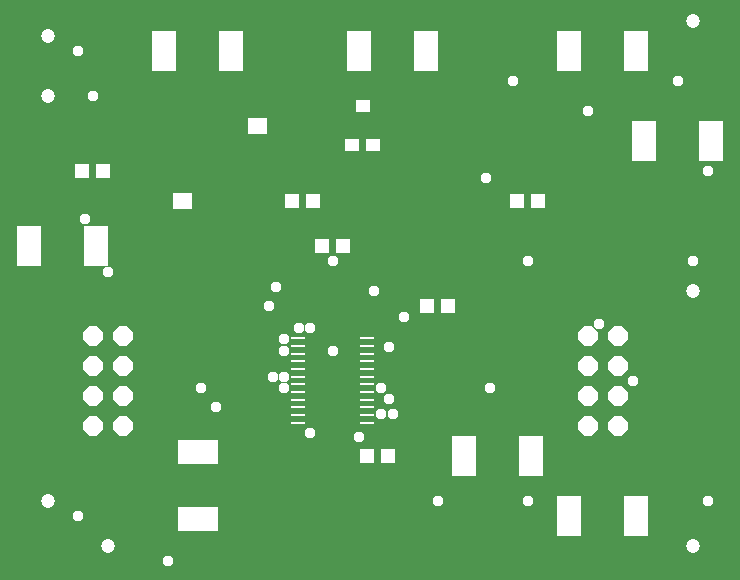
<source format=gts>
G04 EAGLE Gerber RS-274X export*
G75*
%MOMM*%
%FSLAX34Y34*%
%LPD*%
%INSoldermask Top*%
%IPNEG*%
%AMOC8*
5,1,8,0,0,1.08239X$1,22.5*%
G01*
%ADD10C,1.203200*%
%ADD11R,1.303200X1.203200*%
%ADD12R,1.200000X0.270000*%
%ADD13R,0.838200X1.473200*%
%ADD14P,1.759533X8X292.500000*%
%ADD15R,2.003200X3.403200*%
%ADD16R,3.403200X2.003200*%
%ADD17R,1.203200X1.103200*%
%ADD18R,1.303200X1.103200*%
%ADD19C,0.959600*%


D10*
X152400Y673100D03*
X698500Y457200D03*
X203200Y241300D03*
X152400Y622300D03*
X698500Y241300D03*
X152400Y279400D03*
X698500Y685800D03*
D11*
X423300Y317500D03*
X440300Y317500D03*
X182000Y558800D03*
X199000Y558800D03*
X550300Y533400D03*
X567300Y533400D03*
X474100Y444500D03*
X491100Y444500D03*
X385200Y495300D03*
X402200Y495300D03*
X359800Y533400D03*
X376800Y533400D03*
D12*
X364700Y416750D03*
X364700Y410250D03*
X364700Y403750D03*
X364700Y397250D03*
X364700Y390750D03*
X364700Y384250D03*
X364700Y377750D03*
X364700Y371250D03*
X364700Y364750D03*
X364700Y358250D03*
X364700Y351750D03*
X364700Y345250D03*
X422700Y345250D03*
X422700Y351750D03*
X422700Y358250D03*
X422700Y364750D03*
X422700Y371250D03*
X422700Y377750D03*
X422700Y384250D03*
X422700Y390750D03*
X422700Y397250D03*
X422700Y403750D03*
X422700Y410250D03*
X422700Y416750D03*
D13*
X262636Y533400D03*
X270764Y533400D03*
D14*
X190500Y419100D03*
X215900Y419100D03*
X190500Y393700D03*
X215900Y393700D03*
X190500Y368300D03*
X215900Y368300D03*
X215900Y342900D03*
X190500Y342900D03*
D13*
X326136Y596900D03*
X334264Y596900D03*
D14*
X609600Y419100D03*
X635000Y419100D03*
X609600Y393700D03*
X635000Y393700D03*
X609600Y368300D03*
X635000Y368300D03*
X635000Y342900D03*
X609600Y342900D03*
D15*
X594300Y266700D03*
X650300Y266700D03*
X594300Y660400D03*
X650300Y660400D03*
X307400Y660400D03*
X251400Y660400D03*
X561400Y317500D03*
X505400Y317500D03*
D16*
X279400Y264100D03*
X279400Y320100D03*
D15*
X657800Y584200D03*
X713800Y584200D03*
X472500Y660400D03*
X416500Y660400D03*
X137100Y495300D03*
X193100Y495300D03*
D17*
X410600Y580400D03*
D18*
X419100Y613400D03*
D17*
X427600Y580400D03*
D19*
X352425Y415925D03*
X352425Y406400D03*
X282575Y374650D03*
X346075Y460375D03*
X203200Y473075D03*
X374650Y425450D03*
X619125Y428625D03*
X374650Y336550D03*
X352425Y374650D03*
X342900Y384175D03*
X295275Y358775D03*
X441325Y409575D03*
X177800Y266700D03*
X254000Y228600D03*
X711200Y279400D03*
X698500Y482600D03*
X190500Y622300D03*
X177800Y660400D03*
X558800Y482600D03*
X546100Y635000D03*
X685800Y635000D03*
X609600Y609600D03*
X428625Y457200D03*
X523875Y552450D03*
X444500Y352425D03*
X434975Y374650D03*
X434975Y352425D03*
X415925Y333375D03*
X365125Y425450D03*
X184150Y517525D03*
X482600Y279400D03*
X558800Y279400D03*
X393700Y482600D03*
X454025Y434975D03*
X352425Y384175D03*
X647700Y381000D03*
X339725Y444500D03*
X711200Y558800D03*
X441325Y365125D03*
X527050Y374650D03*
X393700Y406400D03*
M02*

</source>
